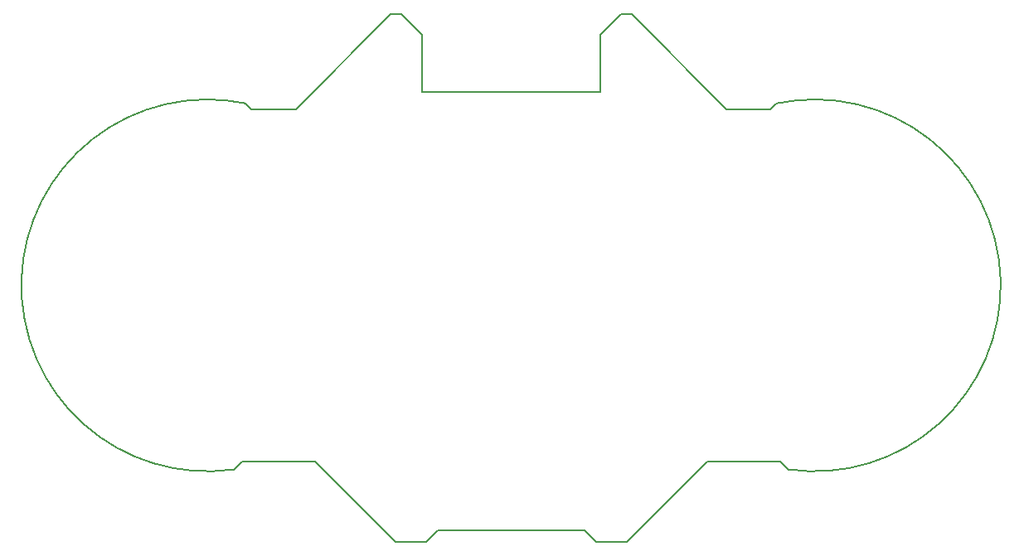
<source format=gbr>
%TF.GenerationSoftware,KiCad,Pcbnew,8.0.2*%
%TF.CreationDate,2024-07-05T22:45:24+08:00*%
%TF.ProjectId,controller,636f6e74-726f-46c6-9c65-722e6b696361,rev?*%
%TF.SameCoordinates,Original*%
%TF.FileFunction,Profile,NP*%
%FSLAX46Y46*%
G04 Gerber Fmt 4.6, Leading zero omitted, Abs format (unit mm)*
G04 Created by KiCad (PCBNEW 8.0.2) date 2024-07-05 22:45:24*
%MOMM*%
%LPD*%
G01*
G04 APERTURE LIST*
%TA.AperFunction,Profile*%
%ADD10C,0.200000*%
%TD*%
G04 APERTURE END LIST*
D10*
X135619887Y-53230006D02*
X134519912Y-53230006D01*
X114200000Y-61200000D02*
X114200000Y-55300000D01*
X134519912Y-53230006D02*
X132400000Y-55300000D01*
X150414172Y-62335823D02*
X149819963Y-62930006D01*
X112119861Y-53230006D02*
X111019912Y-53230006D01*
X145319887Y-62930006D02*
X135619887Y-53230006D01*
X95011446Y-99738421D02*
X95011505Y-99738413D01*
X114619938Y-107130082D02*
X115819861Y-105930006D01*
X130819912Y-105930006D02*
X132019963Y-107130082D01*
X95011448Y-99738419D02*
G75*
G02*
X96225677Y-62335748I-2691448J18808419D01*
G01*
X150414222Y-62335747D02*
X150414172Y-62335823D01*
X143320014Y-98930006D02*
X150819963Y-98930006D01*
X114200000Y-55300000D02*
X112119861Y-53230006D01*
X115819861Y-105930006D02*
X123319963Y-105930006D01*
X132019963Y-107130082D02*
X135119938Y-107130082D01*
X95011429Y-99738439D02*
X95011446Y-99738421D01*
X123319963Y-105930006D02*
X130819912Y-105930006D01*
X149819963Y-62930006D02*
X145319887Y-62930006D01*
X111519836Y-107130082D02*
X114619938Y-107130082D01*
X95819811Y-98930006D02*
X103319887Y-98930006D01*
X150819963Y-98930006D02*
X151628336Y-99738405D01*
X96819811Y-62930006D02*
X96225627Y-62335823D01*
X150414222Y-62335747D02*
G75*
G02*
X151628335Y-99738413I3905818J-18594253D01*
G01*
X103319887Y-98930006D02*
X111519836Y-107130082D01*
X135119938Y-107130082D02*
X143320014Y-98930006D01*
X96225627Y-62335823D02*
X96225677Y-62335748D01*
X132400000Y-61200000D02*
X114200000Y-61200000D01*
X95011505Y-99738413D02*
X95011429Y-99738439D01*
X111019912Y-53230006D02*
X101319887Y-62930006D01*
X101319887Y-62930006D02*
X96819811Y-62930006D01*
X95011448Y-99738419D02*
X95819811Y-98930006D01*
X132400000Y-55300000D02*
X132400000Y-61200000D01*
M02*

</source>
